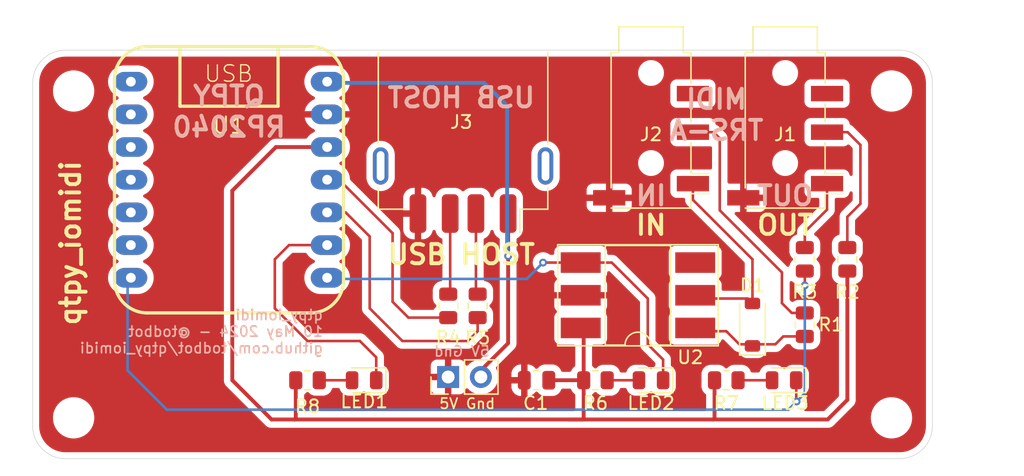
<source format=kicad_pcb>
(kicad_pcb (version 20240108) (generator "pcbnew") (generator_version "8.0")
  (layers (0 "F.Cu" signal) (31 "B.Cu" signal) (34 "B.Paste" user) (35 "F.Paste" user) (36 "B.SilkS" user "B.Silkscreen") (37 "F.SilkS" user "F.Silkscreen") (38 "B.Mask" user) (39 "F.Mask" user) (44 "Edge.Cuts" user))
  (net 0 "")
  (net 1 "+3V3")
  (net 2 "GND")
  (net 3 "Net-(D1-A)")
  (net 4 "Net-(D1-K)")
  (net 5 "/MIDI_OUT")
  (net 10 "/MIDI_IN")
  (net 15 "Net-(J3-D-)")
  (net 16 "VUSB")
  (net 17 "Net-(J3-D+)")
  (net 18 "/USBH_D+")
  (net 19 "/USBH_D-")
  (net 21 "Net-(J1-PadT)")
  (net 22 "Net-(J1-PadR1)")
  (net 24 "Net-(J2-PadR1)")
  (net 26 "/LED")
  (net 27 "Net-(LED1-A)")
  (net 28 "Net-(LED2-A)")
  (net 29 "Net-(LED3-A)")
  (footprint "todbot_stuff:Jack_3.5mm_PJ320D_Horizontal" (layer "F.Cu") (at 80.01 25.6 -90)
    (property "Reference" "J1" (at 0 0 180) (layer "F.SilkS"))
    (property "Value" "AudioJack4")
    (fp_line (start 4.15 3.1) (end -6.375 3.1) (stroke (width 0.12)) (layer "F.SilkS"))
    (fp_line (start 5.725 3.1) (end 5.725 -3.1) (stroke (width 0.12)) (layer "F.SilkS"))
    (fp_line (start -6.375 2.5) (end -6.375 3.1) (stroke (width 0.12)) (layer "F.SilkS"))
    (fp_line (start -6.375 2.5) (end -8.375 2.5) (stroke (width 0.12)) (layer "F.SilkS"))
    (fp_line (start -8.375 -2.5) (end -8.375 2.5) (stroke (width 0.12)) (layer "F.SilkS"))
    (fp_line (start -6.375 -2.5) (end -8.375 -2.5) (stroke (width 0.12)) (layer "F.SilkS"))
    (fp_line (start -6.375 -3.1) (end -6.375 -2.5) (stroke (width 0.12)) (layer "F.SilkS"))
    (fp_line (start -6.375 -3.1) (end -4 -3.1) (stroke (width 0.12)) (layer "F.SilkS"))
    (fp_line (start -2.35 -3.1) (end -1 -3.1) (stroke (width 0.12)) (layer "F.SilkS"))
    (fp_line (start 0.649999 -3.1) (end 3.05 -3.1) (stroke (width 0.12)) (layer "F.SilkS"))
    (fp_line (start 3.05 -3.1) (end 3.05 -4.5) (stroke (width 0.12)) (layer "F.SilkS"))
    (fp_line (start 4.6 -3.1) (end 5.725 -3.1) (stroke (width 0.12)) (layer "F.SilkS"))
    (fp_line (start 4.6 -3.1) (end 4.6 -4.5) (stroke (width 0.12)) (layer "F.SilkS"))
    (pad "" np_thru_hole circle (at -4.775 0 270) (size 1.5 1.5) (drill 1.5) (layers "F&B.Cu" "*.Mask"))
    (pad "" np_thru_hole circle (at 2.225001 0 270) (size 1.5 1.5) (drill 1.5) (layers "*.Cu" "*.Mask"))
    (pad "R1" smd rect (at -0.175 -3.25 270) (size 1.2 2.5) (layers "F.Cu" "F.Paste" "F.Mask") (net 22 "Net-(J1-PadR1)"))
    (pad "R2" smd rect (at -3.175 -3.25 270) (size 1.2 2.5) (layers "F.Cu" "F.Paste" "F.Mask"))
    (pad "S" smd rect (at 4.925 3.25 270) (size 1.2 2.5) (layers "F.Cu" "F.Paste" "F.Mask") (net 2 "GND"))
    (pad "T" smd rect (at 3.824999 -3.25 270) (size 1.2 2.5) (layers "F.Cu" "F.Paste" "F.Mask") (net 21 "Net-(J1-PadT)"))
  )
  (footprint "MountingHole:MountingHole_2.7mm_M2.5" (layer "F.Cu") (at 24.765 22.225)
    (property "Reference" "H4" (hide yes))
    (property "Value" "MountingHole")
    (pad "" np_thru_hole circle (at 0 0) (size 2.7 2.7) (drill 2.7) (layers "*.Cu" "*.Mask"))
  )
  (footprint "Connector_USB:USB_A_Receptacle_GCT_USB1046" (layer "F.Cu") (at 55 24.5 180)
    (property "Reference" "J3" (at 0.136 -0.138 180) (layer "F.SilkS"))
    (property "Value" "USB_A")
    (fp_line (start 6.58 -1.84) (end 6.58 5.25) (stroke (width 0.12)) (layer "F.SilkS"))
    (fp_line (start 6.58 -6.91) (end 6.58 -5.26) (stroke (width 0.12)) (layer "F.SilkS"))
    (fp_line (start 4.41 -6.91) (end 6.58 -6.91) (stroke (width 0.12)) (layer "F.SilkS"))
    (fp_line (start -4.41 -6.91) (end -4.41 -8.75) (stroke (width 0.12)) (layer "F.SilkS"))
    (fp_line (start -4.41 -6.91) (end -6.58 -6.91) (stroke (width 0.12)) (layer "F.SilkS"))
    (fp_line (start -6.58 -1.84) (end -6.58 5.25) (stroke (width 0.12)) (layer "F.SilkS"))
    (fp_line (start -6.58 -6.91) (end -6.58 -5.26) (stroke (width 0.12)) (layer "F.SilkS"))
    (pad "1" smd roundrect (at -3.5 -7.25 180) (size 1.3 3) (layers "F.Cu" "F.Paste" "F.Mask") (net 16 "VUSB"))
    (pad "2" smd roundrect (at -1 -7.25 180) (size 1.3 3) (layers "F.Cu" "F.Paste" "F.Mask") (net 15 "Net-(J3-D-)"))
    (pad "3" smd roundrect (at 1 -7.25 180) (size 1.3 3) (layers "F.Cu" "F.Paste" "F.Mask") (net 17 "Net-(J3-D+)"))
    (pad "4" smd roundrect (at 3.5 -7.25 180) (size 1.3 3) (layers "F.Cu" "F.Paste" "F.Mask") (net 2 "GND"))
    (pad "5" thru_hole oval (at -6.4 -3.55 180) (size 1.2 2.9) (drill oval 0.6 2.3) (layers "*.Cu" "*.Mask"))
    (pad "5" thru_hole oval (at 6.4 -3.55 180) (size 1.2 2.9) (drill oval 0.6 2.3) (layers "*.Cu" "*.Mask"))
  )
  (footprint "MountingHole:MountingHole_2.7mm_M2.5" (layer "F.Cu") (at 24.765 47.625)
    (property "Reference" "H1" (hide yes))
    (property "Value" "MountingHole")
    (pad "" np_thru_hole circle (at 0 0) (size 2.7 2.7) (drill 2.7) (layers "*.Cu" "*.Mask"))
  )
  (footprint "todbot_eagle2023:QTPY_TH" (layer "F.Cu") (at 36.83 29.12)
    (property "Reference" "U1" (at 0 -4.228 0) (layer "F.SilkS") (effects (font (size 1.27 1.27))))
    (property "Value" "~")
    (fp_line (start -8.89 7.81) (end -8.89 -7.81) (stroke (width 0.254)) (layer "F.SilkS"))
    (fp_line (start -6.35 -10.35) (end 6.35 -10.35) (stroke (width 0.254)) (layer "F.SilkS"))
    (fp_line (start -3.81 -5.715) (end -3.81 -10.16) (stroke (width 0.254)) (layer "F.SilkS"))
    (fp_line (start 3.81 -10.16) (end 3.81 -5.715) (stroke (width 0.254)) (layer "F.SilkS"))
    (fp_line (start 3.81 -5.715) (end -3.81 -5.715) (stroke (width 0.254)) (layer "F.SilkS"))
    (fp_line (start 6.35 10.35) (end -6.35 10.35) (stroke (width 0.254)) (layer "F.SilkS"))
    (fp_line (start 8.89 -7.81) (end 8.89 7.81) (stroke (width 0.254)) (layer "F.SilkS"))
    (fp_arc (start -8.89 -7.81) (mid -8.146051 -9.606051) (end -6.35 -10.35) (stroke (width 0.254)) (layer "F.SilkS"))
    (fp_arc (start -6.35 10.35) (mid -8.146051 9.606051) (end -8.89 7.81) (stroke (width 0.254)) (layer "F.SilkS"))
    (fp_arc (start 6.35 -10.35) (mid 8.146051 -9.606051) (end 8.89 -7.81) (stroke (width 0.254)) (layer "F.SilkS"))
    (fp_arc (start 8.89 7.81) (mid 8.146051 9.606051) (end 6.35 10.35) (stroke (width 0.254)) (layer "F.SilkS"))
    (fp_text user "USB" (at -2 -7.5 0) (layer "F.SilkS") (effects (font (size 1.27 1.27) (thickness 0.1)) (justify left bottom)))
    (pad "3V" thru_hole oval (at 7.62 -2.54) (size 2.54 1.524) (drill 0.762) (layers "*.Cu" "*.Mask") (net 1 "+3V3"))
    (pad "5V" thru_hole oval (at 7.62 -7.62) (size 2.54 1.524) (drill 0.762) (layers "*.Cu" "*.Mask") (net 16 "VUSB"))
    (pad "A0" thru_hole oval (at -7.62 -7.62) (size 2.54 1.524) (drill 0.762) (layers "*.Cu" "*.Mask"))
    (pad "A1" thru_hole oval (at -7.62 -5.08) (size 2.54 1.524) (drill 0.762) (layers "*.Cu" "*.Mask"))
    (pad "A2" thru_hole oval (at -7.62 -2.54) (size 2.54 1.524) (drill 0.762) (layers "*.Cu" "*.Mask"))
    (pad "A3" thru_hole oval (at -7.62 0) (size 2.54 1.524) (drill 0.762) (layers "*.Cu" "*.Mask"))
    (pad "GND" thru_hole oval (at 7.62 -5.08) (size 2.54 1.524) (drill 0.762) (layers "*.Cu" "*.Mask") (net 2 "GND"))
    (pad "MI" thru_hole oval (at 7.62 2.54) (size 2.54 1.524) (drill 0.762) (layers "*.Cu" "*.Mask") (net 19 "/USBH_D-"))
    (pad "MO" thru_hole oval (at 7.62 0) (size 2.54 1.524) (drill 0.762) (layers "*.Cu" "*.Mask") (net 18 "/USBH_D+"))
    (pad "RX" thru_hole oval (at 7.62 7.62) (size 2.54 1.524) (drill 0.762) (layers "*.Cu" "*.Mask") (net 10 "/MIDI_IN"))
    (pad "SCK" thru_hole oval (at 7.62 5.08) (size 2.54 1.524) (drill 0.762) (layers "*.Cu" "*.Mask") (net 26 "/LED"))
    (pad "SCL" thru_hole oval (at -7.62 5.08) (size 2.54 1.524) (drill 0.762) (layers "*.Cu" "*.Mask"))
    (pad "SDA" thru_hole oval (at -7.62 2.54) (size 2.54 1.524) (drill 0.762) (layers "*.Cu" "*.Mask"))
    (pad "TX" thru_hole oval (at -7.62 7.62) (size 2.54 1.524) (drill 0.762) (layers "*.Cu" "*.Mask") (net 5 "/MIDI_OUT"))
  )
  (footprint "Resistor_SMD:R_0805_2012Metric" (layer "F.Cu") (at 75.438 44.704 180)
    (property "Reference" "R7" (at 0 -1.778 180) (layer "F.SilkS"))
    (property "Value" "1k")
    (fp_line (start -0.227064 0.735) (end 0.227064 0.735) (stroke (width 0.12)) (layer "F.SilkS"))
    (fp_line (start -0.227064 -0.735) (end 0.227064 -0.735) (stroke (width 0.12)) (layer "F.SilkS"))
    (pad "1" smd roundrect (at -0.9125 0 180) (size 1.025 1.4) (layers "F.Cu" "F.Paste" "F.Mask") (roundrect_rratio 0.243902) (net 29 "Net-(LED3-A)"))
    (pad "2" smd roundrect (at 0.9125 0 180) (size 1.025 1.4) (layers "F.Cu" "F.Paste" "F.Mask") (roundrect_rratio 0.243902) (net 1 "+3V3"))
  )
  (footprint "Resistor_SMD:R_0805_2012Metric" (layer "F.Cu") (at 81.534 35.306 90)
    (property "Reference" "R3" (at -2.54 0 180) (layer "F.SilkS"))
    (property "Value" "10")
    (fp_line (start -0.227064 -0.735) (end 0.227064 -0.735) (stroke (width 0.12)) (layer "F.SilkS"))
    (fp_line (start -0.227064 0.735) (end 0.227064 0.735) (stroke (width 0.12)) (layer "F.SilkS"))
    (pad "1" smd roundrect (at -0.9125 0 90) (size 1.025 1.4) (layers "F.Cu" "F.Paste" "F.Mask") (roundrect_rratio 0.243902) (net 5 "/MIDI_OUT"))
    (pad "2" smd roundrect (at 0.9125 0 90) (size 1.025 1.4) (layers "F.Cu" "F.Paste" "F.Mask") (roundrect_rratio 0.243902) (net 21 "Net-(J1-PadT)"))
  )
  (footprint "todbot_stuff:Jack_3.5mm_PJ320D_Horizontal" (layer "F.Cu") (at 69.596 25.6 -90)
    (property "Reference" "J2" (at 0 0 180) (layer "F.SilkS"))
    (property "Value" "AudioJack4")
    (fp_line (start 4.15 3.1) (end -6.375 3.1) (stroke (width 0.12)) (layer "F.SilkS"))
    (fp_line (start 5.725 3.1) (end 5.725 -3.1) (stroke (width 0.12)) (layer "F.SilkS"))
    (fp_line (start -6.375 2.5) (end -6.375 3.1) (stroke (width 0.12)) (layer "F.SilkS"))
    (fp_line (start -6.375 2.5) (end -8.375 2.5) (stroke (width 0.12)) (layer "F.SilkS"))
    (fp_line (start -8.375 -2.5) (end -8.375 2.5) (stroke (width 0.12)) (layer "F.SilkS"))
    (fp_line (start -6.375 -2.5) (end -8.375 -2.5) (stroke (width 0.12)) (layer "F.SilkS"))
    (fp_line (start -6.375 -3.1) (end -6.375 -2.5) (stroke (width 0.12)) (layer "F.SilkS"))
    (fp_line (start -6.375 -3.1) (end -4 -3.1) (stroke (width 0.12)) (layer "F.SilkS"))
    (fp_line (start -2.35 -3.1) (end -1 -3.1) (stroke (width 0.12)) (layer "F.SilkS"))
    (fp_line (start 0.649999 -3.1) (end 3.05 -3.1) (stroke (width 0.12)) (layer "F.SilkS"))
    (fp_line (start 3.05 -3.1) (end 3.05 -4.5) (stroke (width 0.12)) (layer "F.SilkS"))
    (fp_line (start 4.6 -3.1) (end 5.725 -3.1) (stroke (width 0.12)) (layer "F.SilkS"))
    (fp_line (start 4.6 -3.1) (end 4.6 -4.5) (stroke (width 0.12)) (layer "F.SilkS"))
    (pad "" np_thru_hole circle (at -4.775 0 270) (size 1.5 1.5) (drill 1.5) (layers "F&B.Cu" "*.Mask"))
    (pad "" np_thru_hole circle (at 2.225001 0 270) (size 1.5 1.5) (drill 1.5) (layers "*.Cu" "*.Mask"))
    (pad "R1" smd rect (at -0.175 -3.25 270) (size 1.2 2.5) (layers "F.Cu" "F.Paste" "F.Mask") (net 24 "Net-(J2-PadR1)"))
    (pad "R2" smd rect (at -3.175 -3.25 270) (size 1.2 2.5) (layers "F.Cu" "F.Paste" "F.Mask"))
    (pad "S" smd rect (at 4.925 3.25 270) (size 1.2 2.5) (layers "F.Cu" "F.Paste" "F.Mask") (net 2 "GND"))
    (pad "T" smd rect (at 3.824999 -3.25 270) (size 1.2 2.5) (layers "F.Cu" "F.Paste" "F.Mask") (net 3 "Net-(D1-A)"))
  )
  (footprint "Resistor_SMD:R_0805_2012Metric" (layer "F.Cu") (at 53.848 38.925 -90)
    (property "Reference" "R4" (at 2.477 0 0) (layer "F.SilkS"))
    (property "Value" "22")
    (fp_line (start -0.227064 0.735) (end 0.227064 0.735) (stroke (width 0.12)) (layer "F.SilkS"))
    (fp_line (start -0.227064 -0.735) (end 0.227064 -0.735) (stroke (width 0.12)) (layer "F.SilkS"))
    (pad "1" smd roundrect (at -0.9125 0 270) (size 1.025 1.4) (layers "F.Cu" "F.Paste" "F.Mask") (roundrect_rratio 0.243902) (net 17 "Net-(J3-D+)"))
    (pad "2" smd roundrect (at 0.9125 0 270) (size 1.025 1.4) (layers "F.Cu" "F.Paste" "F.Mask") (roundrect_rratio 0.243902) (net 18 "/USBH_D+"))
  )
  (footprint "Connector_PinHeader_2.54mm:PinHeader_1x02_P2.54mm_Vertical" (layer "F.Cu") (at 53.843 44.45 90)
    (property "Reference" "J4" (hide yes))
    (property "Value" "Conn_01x02_Pin")
    (fp_line (start -1.33 -1.33) (end 0 -1.33) (stroke (width 0.12)) (layer "F.SilkS"))
    (fp_line (start -1.33 0) (end -1.33 -1.33) (stroke (width 0.12)) (layer "F.SilkS"))
    (fp_line (start 1.33 1.270001) (end 1.33 3.87) (stroke (width 0.12)) (layer "F.SilkS"))
    (fp_line (start -1.33 1.270001) (end 1.33 1.270001) (stroke (width 0.12)) (layer "F.SilkS"))
    (fp_line (start -1.33 1.270001) (end -1.33 3.87) (stroke (width 0.12)) (layer "F.SilkS"))
    (fp_line (start -1.33 3.87) (end 1.33 3.87) (stroke (width 0.12)) (layer "F.SilkS"))
    (pad "1" thru_hole rect (at 0 0 90) (size 1.7 1.7) (drill 1) (layers "*.Cu" "*.Mask") (net 2 "GND"))
    (pad "2" thru_hole oval (at 0 2.54 90) (size 1.7 1.7) (drill 1) (layers "*.Cu" "*.Mask") (net 16 "VUSB"))
  )
  (footprint "Diode_SMD:D_SOD-123" (layer "F.Cu") (at 77.47 40.386 90)
    (property "Reference" "D1" (at 3.048 0 0) (layer "F.SilkS"))
    (property "Value" "1N4148")
    (fp_line (start -2.36 -1) (end 1.65 -1) (stroke (width 0.12)) (layer "F.SilkS"))
    (fp_line (start -2.36 -1) (end -2.36 1) (stroke (width 0.12)) (layer "F.SilkS"))
    (fp_line (start -2.36 1) (end 1.65 1) (stroke (width 0.12)) (layer "F.SilkS"))
    (pad "1" smd roundrect (at -1.65 0 90) (size 0.9 1.2) (layers "F.Cu" "F.Paste" "F.Mask") (net 4 "Net-(D1-K)"))
    (pad "2" smd roundrect (at 1.65 0 90) (size 0.9 1.2) (layers "F.Cu" "F.Paste" "F.Mask") (net 3 "Net-(D1-A)"))
  )
  (footprint "MountingHole:MountingHole_2.7mm_M2.5" (layer "F.Cu") (at 88.265 22.225)
    (property "Reference" "H3" (hide yes))
    (property "Value" "MountingHole")
    (pad "" np_thru_hole circle (at 0 0) (size 2.7 2.7) (drill 2.7) (layers "*.Cu" "*.Mask"))
  )
  (footprint "Package_DIP:DIP-6_W8.89mm_SMDSocket_LongPads" (layer "F.Cu") (at 68.58 38.1 180)
    (property "Reference" "U2" (at -4.064 -4.826 180) (layer "F.SilkS"))
    (property "Value" "H11L1")
    (fp_line (start 6.235 3.93) (end 6.235 -3.93) (stroke (width 0.12)) (layer "F.SilkS"))
    (fp_line (start 6.235 -3.93) (end -6.235 -3.93) (stroke (width 0.12)) (layer "F.SilkS"))
    (fp_line (start 2.535 3.87) (end 2.535 -3.87) (stroke (width 0.12)) (layer "F.SilkS"))
    (fp_line (start 2.535 -3.87) (end 1 -3.87) (stroke (width 0.12)) (layer "F.SilkS"))
    (fp_line (start -1 -3.87) (end -2.535 -3.87) (stroke (width 0.12)) (layer "F.SilkS"))
    (fp_line (start -2.535 3.87) (end 2.535 3.87) (stroke (width 0.12)) (layer "F.SilkS"))
    (fp_line (start -2.535 -3.87) (end -2.535 3.87) (stroke (width 0.12)) (layer "F.SilkS"))
    (fp_line (start -6.235 3.93) (end 6.235 3.93) (stroke (width 0.12)) (layer "F.SilkS"))
    (fp_line (start -6.235 -3.93) (end -6.235 3.93) (stroke (width 0.12)) (layer "F.SilkS"))
    (fp_arc (start 1 -3.87) (mid 0 -2.87) (end -1 -3.87) (stroke (width 0.12)) (layer "F.SilkS"))
    (pad "1" smd rect (at -4.445 -2.54 180) (size 3.1 1.6) (layers "F.Cu" "F.Paste" "F.Mask") (net 4 "Net-(D1-K)"))
    (pad "2" smd rect (at -4.445001 0 180) (size 3.1 1.6) (layers "F.Cu" "F.Paste" "F.Mask") (net 3 "Net-(D1-A)"))
    (pad "3" smd rect (at -4.445 2.54 180) (size 3.1 1.6) (layers "F.Cu" "F.Paste" "F.Mask"))
    (pad "4" smd rect (at 4.445 2.54 180) (size 3.1 1.6) (layers "F.Cu" "F.Paste" "F.Mask") (net 10 "/MIDI_IN"))
    (pad "5" smd rect (at 4.445001 0 180) (size 3.1 1.6) (layers "F.Cu" "F.Paste" "F.Mask") (net 2 "GND"))
    (pad "6" smd rect (at 4.445 -2.54 180) (size 3.1 1.6) (layers "F.Cu" "F.Paste" "F.Mask") (net 1 "+3V3"))
  )
  (footprint "LED_SMD:LED_0805_2012Metric" (layer "F.Cu") (at 79.931501 44.704 180)
    (property "Reference" "LED3" (at -0.078499 -1.778 180) (layer "F.SilkS"))
    (property "Value" "LED")
    (fp_line (start 1 -0.96) (end -1.684999 -0.96) (stroke (width 0.12)) (layer "F.SilkS"))
    (fp_line (start -1.684999 0.96) (end 1 0.96) (stroke (width 0.12)) (layer "F.SilkS"))
    (fp_line (start -1.684999 -0.96) (end -1.684999 0.96) (stroke (width 0.12)) (layer "F.SilkS"))
    (pad "1" smd roundrect (at -0.937501 0 180) (size 0.975 1.4) (layers "F.Cu" "F.Paste" "F.Mask") (net 5 "/MIDI_OUT"))
    (pad "2" smd roundrect (at 0.937501 0 180) (size 0.975 1.4) (layers "F.Cu" "F.Paste" "F.Mask") (net 29 "Net-(LED3-A)"))
  )
  (footprint "Resistor_SMD:R_0805_2012Metric" (layer "F.Cu") (at 65.278 44.704 180)
    (property "Reference" "R6" (at 0 -1.778 180) (layer "F.SilkS"))
    (property "Value" "1k")
    (fp_line (start -0.227064 0.735) (end 0.227064 0.735) (stroke (width 0.12)) (layer "F.SilkS"))
    (fp_line (start -0.227064 -0.735) (end 0.227064 -0.735) (stroke (width 0.12)) (layer "F.SilkS"))
    (pad "1" smd roundrect (at -0.9125 0 180) (size 1.025 1.4) (layers "F.Cu" "F.Paste" "F.Mask") (roundrect_rratio 0.243902) (net 28 "Net-(LED2-A)"))
    (pad "2" smd roundrect (at 0.9125 0 180) (size 1.025 1.4) (layers "F.Cu" "F.Paste" "F.Mask") (roundrect_rratio 0.243902) (net 1 "+3V3"))
  )
  (footprint "LED_SMD:LED_0805_2012Metric" (layer "F.Cu") (at 47.3225 44.704 180)
    (property "Reference" "LED1" (at 0 -1.65 180) (layer "F.SilkS"))
    (property "Value" "LED")
    (fp_line (start 1 -0.96) (end -1.684999 -0.96) (stroke (width 0.12)) (layer "F.SilkS"))
    (fp_line (start -1.684999 0.96) (end 1 0.96) (stroke (width 0.12)) (layer "F.SilkS"))
    (fp_line (start -1.684999 -0.96) (end -1.684999 0.96) (stroke (width 0.12)) (layer "F.SilkS"))
    (pad "1" smd roundrect (at -0.937501 0 180) (size 0.975 1.4) (layers "F.Cu" "F.Paste" "F.Mask") (net 26 "/LED"))
    (pad "2" smd roundrect (at 0.937501 0 180) (size 0.975 1.4) (layers "F.Cu" "F.Paste" "F.Mask") (net 27 "Net-(LED1-A)"))
  )
  (footprint "Resistor_SMD:R_0805_2012Metric" (layer "F.Cu") (at 84.836 35.306 -90)
    (property "Reference" "R2" (at 2.54 0 0) (layer "F.SilkS"))
    (property "Value" "33")
    (fp_line (start -0.227064 0.735) (end 0.227064 0.735) (stroke (width 0.12)) (layer "F.SilkS"))
    (fp_line (start -0.227064 -0.735) (end 0.227064 -0.735) (stroke (width 0.12)) (layer "F.SilkS"))
    (pad "1" smd roundrect (at -0.9125 0 270) (size 1.025 1.4) (layers "F.Cu" "F.Paste" "F.Mask") (roundrect_rratio 0.243902) (net 22 "Net-(J1-PadR1)"))
    (pad "2" smd roundrect (at 0.9125 0 270) (size 1.025 1.4) (layers "F.Cu" "F.Paste" "F.Mask") (roundrect_rratio 0.243902) (net 1 "+3V3"))
  )
  (footprint "Resistor_SMD:R_0805_2012Metric" (layer "F.Cu") (at 56.134 38.925 90)
    (property "Reference" "R5" (at -2.477 0 180) (layer "F.SilkS"))
    (property "Value" "22")
    (fp_line (start -0.227064 -0.735) (end 0.227064 -0.735) (stroke (width 0.12)) (layer "F.SilkS"))
    (fp_line (start -0.227064 0.735) (end 0.227064 0.735) (stroke (width 0.12)) (layer "F.SilkS"))
    (pad "1" smd roundrect (at -0.9125 0 90) (size 1.025 1.4) (layers "F.Cu" "F.Paste" "F.Mask") (roundrect_rratio 0.243902) (net 19 "/USBH_D-"))
    (pad "2" smd roundrect (at 0.9125 0 90) (size 1.025 1.4) (layers "F.Cu" "F.Paste" "F.Mask") (roundrect_rratio 0.243902) (net 15 "Net-(J3-D-)"))
  )
  (footprint "LED_SMD:LED_0805_2012Metric" (layer "F.Cu") (at 69.596 44.704 180)
    (property "Reference" "LED2" (at 0 -1.778 180) (layer "F.SilkS"))
    (property "Value" "LED")
    (fp_line (start 1 -0.96) (end -1.684999 -0.96) (stroke (width 0.12)) (layer "F.SilkS"))
    (fp_line (start -1.684999 0.96) (end 1 0.96) (stroke (width 0.12)) (layer "F.SilkS"))
    (fp_line (start -1.684999 -0.96) (end -1.684999 0.96) (stroke (width 0.12)) (layer "F.SilkS"))
    (pad "1" smd roundrect (at -0.937501 0 180) (size 0.975 1.4) (layers "F.Cu" "F.Paste" "F.Mask") (net 10 "/MIDI_IN"))
    (pad "2" smd roundrect (at 0.937501 0 180) (size 0.975 1.4) (layers "F.Cu" "F.Paste" "F.Mask") (net 28 "Net-(LED2-A)"))
  )
  (footprint "Capacitor_SMD:C_0805_2012Metric" (layer "F.Cu") (at 60.706 44.704 180)
    (property "Reference" "C1" (at 0.066001 -1.778 180) (layer "F.SilkS"))
    (property "Value" "100n")
    (fp_line (start -0.261253 0.735) (end 0.261253 0.735) (stroke (width 0.12)) (layer "F.SilkS"))
    (fp_line (start -0.261253 -0.735) (end 0.261253 -0.735) (stroke (width 0.12)) (layer "F.SilkS"))
    (pad "1" smd roundrect (at -0.949999 0 180) (size 1 1.45) (layers "F.Cu" "F.Paste" "F.Mask") (net 1 "+3V3"))
    (pad "2" smd roundrect (at 0.949999 0 180) (size 1 1.45) (layers "F.Cu" "F.Paste" "F.Mask") (net 2 "GND"))
  )
  (footprint "Resistor_SMD:R_0805_2012Metric" (layer "F.Cu") (at 42.926 44.704 180)
    (property "Reference" "R8" (at 0 -2.032 180) (layer "F.SilkS"))
    (property "Value" "1k")
    (fp_line (start -0.227064 0.735) (end 0.227064 0.735) (stroke (width 0.12)) (layer "F.SilkS"))
    (fp_line (start -0.227064 -0.735) (end 0.227064 -0.735) (stroke (width 0.12)) (layer "F.SilkS"))
    (pad "1" smd roundrect (at -0.9125 0 180) (size 1.025 1.4) (layers "F.Cu" "F.Paste" "F.Mask") (roundrect_rratio 0.243902) (net 27 "Net-(LED1-A)"))
    (pad "2" smd roundrect (at 0.9125 0 180) (size 1.025 1.4) (layers "F.Cu" "F.Paste" "F.Mask") (roundrect_rratio 0.243902) (net 1 "+3V3"))
  )
  (footprint "MountingHole:MountingHole_2.7mm_M2.5" (layer "F.Cu") (at 88.265 47.625)
    (property "Reference" "H2" (hide yes))
    (property "Value" "MountingHole")
    (pad "" np_thru_hole circle (at 0 0) (size 2.7 2.7) (drill 2.7) (layers "*.Cu" "*.Mask"))
  )
  (footprint "Resistor_SMD:R_0805_2012Metric" (layer "F.Cu") (at 81.534 40.386 -90)
    (property "Reference" "R1" (at 0 -2.032 0) (layer "F.SilkS"))
    (property "Value" "200")
    (fp_line (start -0.227064 0.735) (end 0.227064 0.735) (stroke (width 0.12)) (layer "F.SilkS"))
    (fp_line (start -0.227064 -0.735) (end 0.227064 -0.735) (stroke (width 0.12)) (layer "F.SilkS"))
    (pad "1" smd roundrect (at -0.9125 0 270) (size 1.025 1.4) (layers "F.Cu" "F.Paste" "F.Mask") (roundrect_rratio 0.243902) (net 24 "Net-(J2-PadR1)"))
    (pad "2" smd roundrect (at 0.9125 0 270) (size 1.025 1.4) (layers "F.Cu" "F.Paste" "F.Mask") (roundrect_rratio 0.243902) (net 4 "Net-(D1-K)"))
  )
  (gr_arc (start 24.13 50.8) (mid 22.333949 50.056051) (end 21.59 48.26) (stroke (width 0.05)) (layer "Edge.Cuts"))
  (gr_line (start 21.59 48.26) (end 21.59 21.59) (stroke (width 0.05)) (layer "Edge.Cuts"))
  (gr_line (start 91.44 21.59) (end 91.44 48.26) (stroke (width 0.05)) (layer "Edge.Cuts"))
  (gr_arc (start 91.44 48.26) (mid 90.696051 50.056051) (end 88.9 50.8) (stroke (width 0.05)) (layer "Edge.Cuts"))
  (gr_arc (start 21.59 21.59) (mid 22.333949 19.793949) (end 24.13 19.05) (stroke (width 0.05)) (layer "Edge.Cuts"))
  (gr_line (start 24.13 19.05) (end 88.9 19.05) (stroke (width 0.05)) (layer "Edge.Cuts"))
  (gr_arc (start 88.9 19.05) (mid 90.696051 19.793949) (end 91.44 21.59) (stroke (width 0.05)) (layer "Edge.Cuts"))
  (gr_line (start 88.9 50.8) (end 24.13 50.8) (stroke (width 0.05)) (layer "Edge.Cuts"))
  (gr_text "OUT" (at 80.01 31.242 0) (layer "B.SilkS") (effects (font (size 1.5 1.5) (thickness 0.3) (bold yes)) (justify bottom mirror)))
  (gr_text "5V Gnd\n" (at 57.15 42.926 0) (layer "B.SilkS") (effects (font (size 0.8001 0.8001) (thickness 0.127) (bold yes)) (justify left bottom mirror)))
  (gr_text "qtpy_iomidi\n10 May 2024 - @todbot\ngithub.com/todbot/qtpy_iomidi\n" (at 44.196 42.672 0) (layer "B.SilkS") (effects (font (size 0.8001 0.8001) (thickness 0.127) (bold yes)) (justify left bottom mirror)))
  (gr_text "QTPY\nRP2040" (at 36.83 25.908 0) (layer "B.SilkS") (effects (font (size 1.5 1.5) (thickness 0.3) (bold yes)) (justify bottom mirror)))
  (gr_text "IN" (at 69.596 31.242 0) (layer "B.SilkS") (effects (font (size 1.5 1.5) (thickness 0.3) (bold yes)) (justify bottom mirror)))
  (gr_text "USB HOST\n" (at 54.864 23.622 0) (layer "B.SilkS") (effects (font (size 1.5 1.5) (thickness 0.3) (bold yes)) (justify bottom mirror)))
  (gr_text "MIDI\nTRS-A" (at 74.676 26.162 0) (layer "B.SilkS") (effects (font (size 1.5 1.5) (thickness 0.3) (bold yes)) (justify bottom mirror)))
  (gr_text "IN" (at 69.596 33.528 0) (layer "F.SilkS") (effects (font (size 1.5 1.5) (thickness 0.3) (bold yes)) (justify bottom)))
  (gr_text "USB HOST" (at 54.864 35.814 0) (layer "F.SilkS") (effects (font (size 1.5 1.5) (thickness 0.3) (bold yes)) (justify bottom)))
  (gr_text "qtpy_iomidi\n" (at 25.4 34.036 90) (layer "F.SilkS") (effects (font (size 1.5 1.5) (thickness 0.3) (bold yes)) (justify bottom)))
  (gr_text "OUT\n" (at 80.01 33.528 0) (layer "F.SilkS") (effects (font (size 1.5 1.5) (thickness 0.3) (bold yes)) (justify bottom)))
  (gr_text "5V Gnd\n" (at 53.086 46.99 0) (layer "F.SilkS") (effects (font (size 0.8001 0.8001) (thickness 0.127) (bold yes)) (justify left bottom)))
  (segment (start 64.262 47.752) (end 63.246 47.752) (width 0.3) (layer "F.Cu") (net 1))
  (segment (start 64.3655 44.704) (end 64.3655 47.6485) (width 0.3) (layer "F.Cu") (net 1))
  (segment (start 42.0135 44.45) (end 42.0135 47.6485) (width 0.3) (layer "F.Cu") (net 1))
  (segment (start 40.132 47.752) (end 37.084 44.704) (width 0.3) (layer "F.Cu") (net 1))
  (segment (start 83.312 47.752) (end 84.836 46.228) (width 0.3) (layer "F.Cu") (net 1))
  (segment (start 74.5255 47.6485) (end 74.422 47.752) (width 0.3) (layer "F.Cu") (net 1))
  (segment (start 37.084 44.704) (end 37.084 29.972) (width 0.3) (layer "F.Cu") (net 1))
  (segment (start 63.246 47.752) (end 41.91 47.752) (width 0.3) (layer "F.Cu") (net 1))
  (segment (start 74.5255 44.704) (end 74.5255 47.6485) (width 0.3) (layer "F.Cu") (net 1))
  (segment (start 42.0135 47.6485) (end 41.91 47.752) (width 0.3) (layer "F.Cu") (net 1))
  (segment (start 64.3655 44.704) (end 61.655999 44.704) (width 0.3) (layer "F.Cu") (net 1))
  (segment (start 41.91 47.752) (end 40.132 47.752) (width 0.3) (layer "F.Cu") (net 1))
  (segment (start 74.422 47.752) (end 83.312 47.752) (width 0.3) (layer "F.Cu") (net 1))
  (segment (start 64.3655 47.6485) (end 64.262 47.752) (width 0.3) (layer "F.Cu") (net 1))
  (segment (start 63.246 47.752) (end 74.422 47.752) (width 0.3) (layer "F.Cu") (net 1))
  (segment (start 37.084 29.972) (end 40.476 26.58) (width 0.3) (layer "F.Cu") (net 1))
  (segment (start 40.476 26.58) (end 44.45 26.58) (width 0.3) (layer "F.Cu") (net 1))
  (segment (start 84.836 46.228) (end 84.836 36.2185) (width 0.3) (layer "F.Cu") (net 1))
  (segment (start 64.3655 40.8705) (end 64.3655 44.704) (width 0.3) (layer "F.Cu") (net 1))
  (segment (start 64.135 40.64) (end 64.3655 40.8705) (width 0.3) (layer "F.Cu") (net 1))
  (segment (start 77.47 38.736) (end 77.088 38.354) (width 0.2) (layer "F.Cu") (net 3))
  (segment (start 72.846 29.424999) (end 72.846 30.682) (width 0.2) (layer "F.Cu") (net 3))
  (segment (start 77.088 38.354) (end 73.279001 38.354) (width 0.2) (layer "F.Cu") (net 3))
  (segment (start 77.47 35.306) (end 77.47 38.736) (width 0.2) (layer "F.Cu") (net 3))
  (segment (start 73.279001 38.354) (end 73.025001 38.1) (width 0.2) (layer "F.Cu") (net 3))
  (segment (start 72.846 30.682) (end 77.47 35.306) (width 0.2) (layer "F.Cu") (net 3))
  (segment (start 77.47 42.036) (end 77.344 41.91) (width 0.2) (layer "F.Cu") (net 4))
  (segment (start 79.8595 41.2985) (end 79.248 41.91) (width 0.2) (layer "F.Cu") (net 4))
  (segment (start 75.438 40.894) (end 73.279 40.894) (width 0.2) (layer "F.Cu") (net 4))
  (segment (start 73.279 40.894) (end 73.025 40.64) (width 0.2) (layer "F.Cu") (net 4))
  (segment (start 77.596 41.91) (end 77.47 42.036) (width 0.2) (layer "F.Cu") (net 4))
  (segment (start 79.248 41.91) (end 77.596 41.91) (width 0.2) (layer "F.Cu") (net 4))
  (segment (start 77.344 41.91) (end 76.454 41.91) (width 0.2) (layer "F.Cu") (net 4))
  (segment (start 76.454 41.91) (end 75.438 40.894) (width 0.2) (layer "F.Cu") (net 4))
  (segment (start 81.534 41.2985) (end 79.8595 41.2985) (width 0.2) (layer "F.Cu") (net 4))
  (segment (start 80.947501 44.45) (end 81.026 44.528499) (width 0.2) (layer "F.Cu") (net 5))
  (segment (start 80.869002 44.704) (end 80.869002 46.325002) (width 0.2) (layer "F.Cu") (net 5))
  (segment (start 80.869002 46.325002) (end 80.899 46.355) (width 0.2) (layer "F.Cu") (net 5))
  (segment (start 81.534 37.338) (end 81.534 36.2185) (width 0.2) (layer "F.Cu") (net 5))
  (via (at 80.899 46.355) (size 0.6) (drill 0.3) (layers "F.Cu" "B.Cu") (net 5))
  (via (at 81.534 37.338) (size 0.6) (drill 0.3) (layers "F.Cu" "B.Cu") (net 5))
  (segment (start 81.534 45.72) (end 81.534 37.338) (width 0.2) (layer "B.Cu") (net 5))
  (segment (start 80.899 46.355) (end 81.534 45.72) (width 0.2) (layer "B.Cu") (net 5))
  (segment (start 80.899 46.355) (end 80.264 46.99) (width 0.2) (layer "B.Cu") (net 5))
  (segment (start 28.956 36.994) (end 29.21 36.74) (width 0.2) (layer "B.Cu") (net 5))
  (segment (start 32.004 46.99) (end 28.956 43.942) (width 0.2) (layer "B.Cu") (net 5))
  (segment (start 80.264 46.99) (end 32.004 46.99) (width 0.2) (layer "B.Cu") (net 5))
  (segment (start 28.956 43.942) (end 28.956 36.994) (width 0.2) (layer "B.Cu") (net 5))
  (segment (start 66.548 35.56) (end 69.342 38.354) (width 0.2) (layer "F.Cu") (net 10))
  (segment (start 69.342 38.354) (end 69.342 41.91) (width 0.2) (layer "F.Cu") (net 10))
  (segment (start 70.533501 43.101501) (end 70.533501 44.704) (width 0.2) (layer "F.Cu") (net 10))
  (segment (start 64.135 35.56) (end 66.548 35.56) (width 0.2) (layer "F.Cu") (net 10))
  (segment (start 69.342 41.91) (end 70.533501 43.101501) (width 0.2) (layer "F.Cu") (net 10))
  (segment (start 61.214 35.56) (end 64.135 35.56) (width 0.2) (layer "F.Cu") (net 10))
  (via (at 61.214 35.56) (size 0.6) (drill 0.3) (layers "F.Cu" "B.Cu") (net 10))
  (segment (start 44.54 36.83) (end 44.45 36.74) (width 0.2) (layer "B.Cu") (net 10))
  (segment (start 59.944 36.83) (end 44.54 36.83) (width 0.2) (layer "B.Cu") (net 10))
  (segment (start 61.214 35.56) (end 59.944 36.83) (width 0.2) (layer "B.Cu") (net 10))
  (segment (start 56 37.98) (end 55.88 38.1) (width 0.2) (layer "F.Cu") (net 15))
  (segment (start 56 31.75) (end 56 37.98) (width 0.2) (layer "F.Cu") (net 15))
  (segment (start 58.5 35.052) (end 58.5 31.75) (width 0.3) (layer "F.Cu") (net 16))
  (segment (start 58.5 41.825) (end 58.5 31.75) (width 0.3) (layer "F.Cu") (net 16))
  (segment (start 56.383 43.942) (end 58.5 41.825) (width 0.3) (layer "F.Cu") (net 16))
  (via (at 58.5 35.052) (size 0.6) (drill 0.3) (layers "F.Cu" "B.Cu") (net 16))
  (segment (start 58.42 34.972) (end 58.42 23.368) (width 0.3) (layer "B.Cu") (net 16))
  (segment (start 44.54 21.59) (end 44.45 21.5) (width 0.3) (layer "B.Cu") (net 16))
  (segment (start 58.42 23.368) (end 56.642 21.59) (width 0.3) (layer "B.Cu") (net 16))
  (segment (start 56.642 21.59) (end 44.54 21.59) (width 0.3) (layer "B.Cu") (net 16))
  (segment (start 58.5 35.052) (end 58.42 34.972) (width 0.3) (layer "B.Cu") (net 16))
  (segment (start 54 37.948) (end 53.848 38.1) (width 0.2) (layer "F.Cu") (net 17))
  (segment (start 54 31.75) (end 54 37.948) (width 0.2) (layer "F.Cu") (net 17))
  (segment (start 50.7595 39.8375) (end 53.848 39.8375) (width 0.2) (layer "F.Cu") (net 18))
  (segment (start 45.376 29.12) (end 49.53 33.274) (width 0.2) (layer "F.Cu") (net 18))
  (segment (start 49.53 33.274) (end 49.53 38.608) (width 0.2) (layer "F.Cu") (net 18))
  (segment (start 44.487 29.12) (end 45.376 29.12) (width 0.2) (layer "F.Cu") (net 18))
  (segment (start 49.53 38.608) (end 50.7595 39.8375) (width 0.2) (layer "F.Cu") (net 18))
  (segment (start 50.292 41.656) (end 55.372 41.656) (width 0.2) (layer "F.Cu") (net 19))
  (segment (start 45.884 31.66) (end 47.752 33.528) (width 0.2) (layer "F.Cu") (net 19))
  (segment (start 55.372 41.656) (end 56.134 40.894) (width 0.2) (layer "F.Cu") (net 19))
  (segment (start 44.45 31.66) (end 45.884 31.66) (width 0.2) (layer "F.Cu") (net 19))
  (segment (start 47.752 33.528) (end 47.752 39.116) (width 0.2) (layer "F.Cu") (net 19))
  (segment (start 47.752 39.116) (end 50.292 41.656) (width 0.2) (layer "F.Cu") (net 19))
  (segment (start 56.134 40.894) (end 56.134 39.8375) (width 0.2) (layer "F.Cu") (net 19))
  (segment (start 81.534 33.17) (end 81.534 34.3935) (width 0.2) (layer "F.Cu") (net 21))
  (segment (start 83.26 29.424999) (end 83.26 31.444) (width 0.2) (layer "F.Cu") (net 21))
  (segment (start 83.26 31.444) (end 81.534 33.17) (width 0.2) (layer "F.Cu") (net 21))
  (segment (start 85.852 26.416) (end 85.852 30.988) (width 0.2) (layer "F.Cu") (net 22))
  (segment (start 85.852 30.988) (end 84.836 32.004) (width 0.2) (layer "F.Cu") (net 22))
  (segment (start 84.836 32.004) (end 84.836 34.3935) (width 0.2) (layer "F.Cu") (net 22))
  (segment (start 84.861 25.425) (end 85.852 26.416) (width 0.2) (layer "F.Cu") (net 22))
  (segment (start 83.26 25.425) (end 84.861 25.425) (width 0.2) (layer "F.Cu") (net 22))
  (segment (start 74.93 31.496) (end 79.756 36.322) (width 0.2) (layer "F.Cu") (net 24))
  (segment (start 79.756 38.7115) (end 80.518 39.4735) (width 0.2) (layer "F.Cu") (net 24))
  (segment (start 79.756 36.322) (end 79.756 38.7115) (width 0.2) (layer "F.Cu") (net 24))
  (segment (start 74.447 25.425) (end 74.93 25.908) (width 0.2) (layer "F.Cu") (net 24))
  (segment (start 74.93 25.908) (end 74.93 31.496) (width 0.2) (layer "F.Cu") (net 24))
  (segment (start 72.846 25.425) (end 74.447 25.425) (width 0.2) (layer "F.Cu") (net 24))
  (segment (start 80.518 39.4735) (end 81.534 39.4735) (width 0.2) (layer "F.Cu") (net 24))
  (segment (start 40.386 35.306) (end 40.386 39.116) (width 0.2) (layer "F.Cu") (net 26))
  (segment (start 41.492 34.2) (end 40.386 35.306) (width 0.2) (layer "F.Cu") (net 26))
  (segment (start 40.386 39.116) (end 42.926 41.656) (width 0.2) (layer "F.Cu") (net 26))
  (segment (start 46.99 41.656) (end 48.260001 42.926001) (width 0.2) (layer "F.Cu") (net 26))
  (segment (start 48.260001 42.926001) (end 48.260001 44.45) (width 0.2) (layer "F.Cu") (net 26))
  (segment (start 44.45 34.2) (end 41.492 34.2) (width 0.2) (layer "F.Cu") (net 26))
  (segment (start 42.926 41.656) (end 46.99 41.656) (width 0.2) (layer "F.Cu") (net 26))
  (segment (start 46.052499 44.704) (end 44.0925 44.704) (width 0.2) (layer "F.Cu") (net 27))
  (segment (start 44.0925 44.704) (end 43.8385 44.45) (width 0.2) (layer "F.Cu") (net 27))
  (segment (start 46.306499 44.45) (end 46.052499 44.704) (width 0.2) (layer "F.Cu") (net 27))
  (segment (start 68.658499 44.704) (end 66.1905 44.704) (width 0.2) (layer "F.Cu") (net 28))
  (segment (start 78.994 44.704) (end 76.3505 44.704) (width 0.2) (layer "F.Cu") (net 29))
  (zone (net 2) (net_name "GND") (layer "F.Cu") (connect_pads (clearance 0.5)) (min_thickness 0.25) (fill yes (thermal_gap 0.5) (thermal_bridge_width 0.5))
    (polygon (pts (xy 98.552 17.272) (xy 98.044 50.8) (xy 19.05 50.8) (xy 19.05 17.272)))
  )
)
</source>
